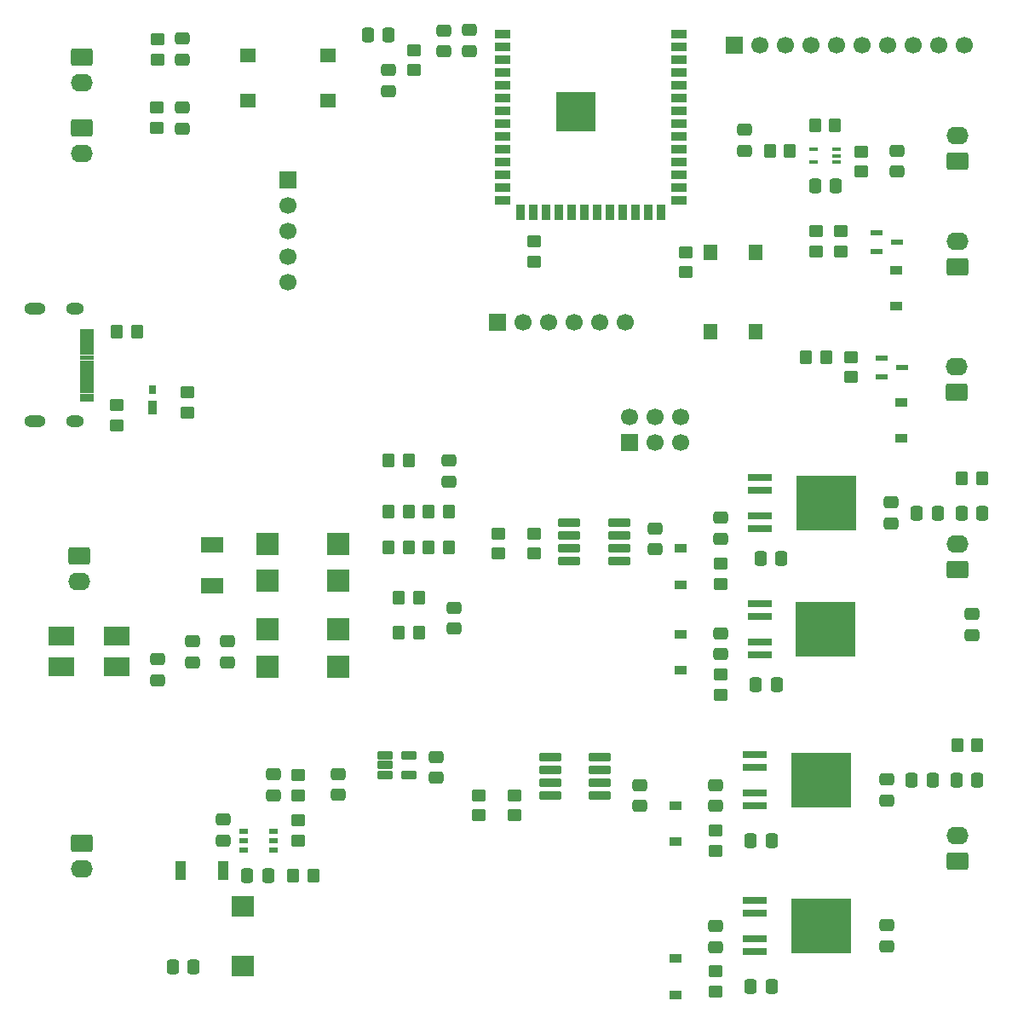
<source format=gbr>
G04 #@! TF.GenerationSoftware,KiCad,Pcbnew,9.0.2*
G04 #@! TF.CreationDate,2025-08-11T21:07:56-07:00*
G04 #@! TF.ProjectId,MusicalTeslaCoil,4d757369-6361-46c5-9465-736c61436f69,REV1*
G04 #@! TF.SameCoordinates,Original*
G04 #@! TF.FileFunction,Soldermask,Top*
G04 #@! TF.FilePolarity,Negative*
%FSLAX46Y46*%
G04 Gerber Fmt 4.6, Leading zero omitted, Abs format (unit mm)*
G04 Created by KiCad (PCBNEW 9.0.2) date 2025-08-11 21:07:56*
%MOMM*%
%LPD*%
G01*
G04 APERTURE LIST*
G04 Aperture macros list*
%AMRoundRect*
0 Rectangle with rounded corners*
0 $1 Rounding radius*
0 $2 $3 $4 $5 $6 $7 $8 $9 X,Y pos of 4 corners*
0 Add a 4 corners polygon primitive as box body*
4,1,4,$2,$3,$4,$5,$6,$7,$8,$9,$2,$3,0*
0 Add four circle primitives for the rounded corners*
1,1,$1+$1,$2,$3*
1,1,$1+$1,$4,$5*
1,1,$1+$1,$6,$7*
1,1,$1+$1,$8,$9*
0 Add four rect primitives between the rounded corners*
20,1,$1+$1,$2,$3,$4,$5,0*
20,1,$1+$1,$4,$5,$6,$7,0*
20,1,$1+$1,$6,$7,$8,$9,0*
20,1,$1+$1,$8,$9,$2,$3,0*%
G04 Aperture macros list end*
%ADD10C,0.010000*%
%ADD11R,1.244600X0.965200*%
%ADD12R,0.901700X0.558800*%
%ADD13R,2.200000X2.000000*%
%ADD14R,1.066800X1.854200*%
%ADD15R,0.889000X1.397000*%
%ADD16R,0.762000X0.863600*%
%ADD17R,2.184400X2.184400*%
%ADD18RoundRect,0.250000X-0.475000X0.337500X-0.475000X-0.337500X0.475000X-0.337500X0.475000X0.337500X0*%
%ADD19RoundRect,0.250000X0.475000X-0.337500X0.475000X0.337500X-0.475000X0.337500X-0.475000X-0.337500X0*%
%ADD20RoundRect,0.250000X-0.337500X-0.475000X0.337500X-0.475000X0.337500X0.475000X-0.337500X0.475000X0*%
%ADD21C,1.700000*%
%ADD22R,1.700000X1.700000*%
%ADD23RoundRect,0.250000X-0.450000X0.350000X-0.450000X-0.350000X0.450000X-0.350000X0.450000X0.350000X0*%
%ADD24O,2.190000X1.740000*%
%ADD25RoundRect,0.250000X0.845000X-0.620000X0.845000X0.620000X-0.845000X0.620000X-0.845000X-0.620000X0*%
%ADD26RoundRect,0.250000X0.337500X0.475000X-0.337500X0.475000X-0.337500X-0.475000X0.337500X-0.475000X0*%
%ADD27RoundRect,0.250000X-0.350000X-0.450000X0.350000X-0.450000X0.350000X0.450000X-0.350000X0.450000X0*%
%ADD28R,0.850900X0.304800*%
%ADD29RoundRect,0.250000X0.450000X-0.350000X0.450000X0.350000X-0.450000X0.350000X-0.450000X-0.350000X0*%
%ADD30R,1.168400X0.533400*%
%ADD31RoundRect,0.250000X-0.845000X0.620000X-0.845000X-0.620000X0.845000X-0.620000X0.845000X0.620000X0*%
%ADD32R,1.400048X1.549908*%
%ADD33C,0.600000*%
%ADD34R,3.900000X3.900000*%
%ADD35R,1.500000X0.900000*%
%ADD36R,0.900000X1.500000*%
%ADD37R,1.549908X1.400048*%
%ADD38O,1.804000X1.204000*%
%ADD39O,2.104000X1.204000*%
%ADD40RoundRect,0.060300X-0.716700X-0.341700X0.716700X-0.341700X0.716700X0.341700X-0.716700X0.341700X0*%
%ADD41RoundRect,0.100500X-0.986500X-0.301500X0.986500X-0.301500X0.986500X0.301500X-0.986500X0.301500X0*%
%ADD42RoundRect,0.250000X0.350000X0.450000X-0.350000X0.450000X-0.350000X-0.450000X0.350000X-0.450000X0*%
%ADD43R,2.616200X1.955800*%
%ADD44R,2.209800X1.524000*%
%ADD45R,2.489200X0.762000*%
%ADD46R,5.918200X5.511800*%
G04 APERTURE END LIST*
D10*
X56625000Y-90800000D02*
X55375000Y-90800000D01*
X55375000Y-90100000D01*
X56625000Y-90100000D01*
X56625000Y-90800000D01*
G36*
X56625000Y-90800000D02*
G01*
X55375000Y-90800000D01*
X55375000Y-90100000D01*
X56625000Y-90100000D01*
X56625000Y-90800000D01*
G37*
X56625000Y-90000000D02*
X55375000Y-90000000D01*
X55375000Y-89300000D01*
X56625000Y-89300000D01*
X56625000Y-90000000D01*
G36*
X56625000Y-90000000D02*
G01*
X55375000Y-90000000D01*
X55375000Y-89300000D01*
X56625000Y-89300000D01*
X56625000Y-90000000D01*
G37*
X56625000Y-89200000D02*
X55375000Y-89200000D01*
X55375000Y-88800000D01*
X56625000Y-88800000D01*
X56625000Y-89200000D01*
G36*
X56625000Y-89200000D02*
G01*
X55375000Y-89200000D01*
X55375000Y-88800000D01*
X56625000Y-88800000D01*
X56625000Y-89200000D01*
G37*
X56625000Y-88700000D02*
X55375000Y-88700000D01*
X55375000Y-88300000D01*
X56625000Y-88300000D01*
X56625000Y-88700000D01*
G36*
X56625000Y-88700000D02*
G01*
X55375000Y-88700000D01*
X55375000Y-88300000D01*
X56625000Y-88300000D01*
X56625000Y-88700000D01*
G37*
X56625000Y-88200000D02*
X55375000Y-88200000D01*
X55375000Y-87800000D01*
X56625000Y-87800000D01*
X56625000Y-88200000D01*
G36*
X56625000Y-88200000D02*
G01*
X55375000Y-88200000D01*
X55375000Y-87800000D01*
X56625000Y-87800000D01*
X56625000Y-88200000D01*
G37*
X56625000Y-87700000D02*
X55375000Y-87700000D01*
X55375000Y-87300000D01*
X56625000Y-87300000D01*
X56625000Y-87700000D01*
G36*
X56625000Y-87700000D02*
G01*
X55375000Y-87700000D01*
X55375000Y-87300000D01*
X56625000Y-87300000D01*
X56625000Y-87700000D01*
G37*
X56625000Y-87200000D02*
X55375000Y-87200000D01*
X55375000Y-86800000D01*
X56625000Y-86800000D01*
X56625000Y-87200000D01*
G36*
X56625000Y-87200000D02*
G01*
X55375000Y-87200000D01*
X55375000Y-86800000D01*
X56625000Y-86800000D01*
X56625000Y-87200000D01*
G37*
X56625000Y-86700000D02*
X55375000Y-86700000D01*
X55375000Y-86300000D01*
X56625000Y-86300000D01*
X56625000Y-86700000D01*
G36*
X56625000Y-86700000D02*
G01*
X55375000Y-86700000D01*
X55375000Y-86300000D01*
X56625000Y-86300000D01*
X56625000Y-86700000D01*
G37*
X56625000Y-86200000D02*
X55375000Y-86200000D01*
X55375000Y-85800000D01*
X56625000Y-85800000D01*
X56625000Y-86200000D01*
G36*
X56625000Y-86200000D02*
G01*
X55375000Y-86200000D01*
X55375000Y-85800000D01*
X56625000Y-85800000D01*
X56625000Y-86200000D01*
G37*
X56625000Y-85700000D02*
X55375000Y-85700000D01*
X55375000Y-85300000D01*
X56625000Y-85300000D01*
X56625000Y-85700000D01*
G36*
X56625000Y-85700000D02*
G01*
X55375000Y-85700000D01*
X55375000Y-85300000D01*
X56625000Y-85300000D01*
X56625000Y-85700000D01*
G37*
X56625000Y-85200000D02*
X55375000Y-85200000D01*
X55375000Y-84500000D01*
X56625000Y-84500000D01*
X56625000Y-85200000D01*
G36*
X56625000Y-85200000D02*
G01*
X55375000Y-85200000D01*
X55375000Y-84500000D01*
X56625000Y-84500000D01*
X56625000Y-85200000D01*
G37*
X56625000Y-84400000D02*
X55375000Y-84400000D01*
X55375000Y-83700000D01*
X56625000Y-83700000D01*
X56625000Y-84400000D01*
G36*
X56625000Y-84400000D02*
G01*
X55375000Y-84400000D01*
X55375000Y-83700000D01*
X56625000Y-83700000D01*
X56625000Y-84400000D01*
G37*
D11*
X114500000Y-146196600D03*
X114500000Y-149803400D03*
D12*
X71629200Y-133549999D03*
X71629200Y-134500000D03*
X71629200Y-135450001D03*
X74537500Y-135450001D03*
X74537500Y-134500000D03*
X74537500Y-133549999D03*
D13*
X71537500Y-146950000D03*
X71537500Y-141050000D03*
D14*
X65295700Y-137500000D03*
X69537500Y-137500000D03*
D15*
X62500000Y-91515300D03*
D16*
X62500000Y-89750000D03*
D11*
X114500000Y-134606800D03*
X114500000Y-131000000D03*
X115000000Y-114000000D03*
X115000000Y-117606800D03*
X115000000Y-105500000D03*
X115000000Y-109106800D03*
D17*
X81000000Y-105000000D03*
X81000000Y-108708400D03*
X81000000Y-113500000D03*
X81000000Y-117208400D03*
X74000000Y-105000000D03*
X74000000Y-108708400D03*
X74000000Y-113500000D03*
X74000000Y-117208400D03*
D11*
X136968000Y-94556801D03*
X136968000Y-90950001D03*
X136460000Y-81460000D03*
X136460000Y-77853200D03*
D18*
X91524783Y-54042137D03*
X91524783Y-56117137D03*
D19*
X94000000Y-56075000D03*
X94000000Y-54000000D03*
D20*
X74037500Y-138000000D03*
X71962500Y-138000000D03*
D21*
X115000000Y-92460000D03*
X115000000Y-95000000D03*
X112460000Y-92460000D03*
X112460000Y-95000000D03*
X109920000Y-92460000D03*
D22*
X109920000Y-95000000D03*
D18*
X135943100Y-103000000D03*
X135943100Y-100925000D03*
D23*
X133000000Y-68075000D03*
X133000000Y-66075000D03*
D24*
X142500000Y-64500000D03*
D25*
X142500000Y-67040000D03*
D26*
X128376050Y-69500000D03*
X130451050Y-69500000D03*
D27*
X125876050Y-66000000D03*
X123876050Y-66000000D03*
D28*
X128252100Y-67149999D03*
X128252100Y-65850001D03*
X130500000Y-65850001D03*
X130500000Y-66500000D03*
X130500000Y-67149999D03*
D18*
X121376050Y-66000000D03*
X121376050Y-63925000D03*
D27*
X130376050Y-63500000D03*
X128376050Y-63500000D03*
D18*
X136500000Y-68075000D03*
X136500000Y-66000000D03*
D29*
X115500000Y-78050004D03*
X115500000Y-76050004D03*
X128500000Y-74000000D03*
X128500000Y-76000000D03*
D24*
X142500000Y-75000000D03*
D25*
X142500000Y-77540000D03*
D23*
X130960000Y-76000000D03*
X130960000Y-74000000D03*
D30*
X136492000Y-75049999D03*
X134460000Y-76000000D03*
X134460000Y-74099998D03*
D24*
X55540000Y-59265000D03*
D31*
X55540000Y-56725000D03*
D29*
X100500000Y-75000000D03*
X100500000Y-77000000D03*
D32*
X117999998Y-84000000D03*
X122500000Y-84000000D03*
X117999998Y-76050004D03*
X122500000Y-76050004D03*
D33*
X106000000Y-62800000D03*
X106000000Y-61400000D03*
X105300000Y-63500000D03*
X105300000Y-62100000D03*
X105300000Y-60700000D03*
X104600000Y-62800000D03*
D34*
X104600000Y-62100000D03*
D33*
X104600000Y-61400000D03*
X103900000Y-63500000D03*
X103900000Y-62100000D03*
X103900000Y-60700000D03*
X103200000Y-62800000D03*
X103200000Y-61400000D03*
D35*
X114850000Y-54380000D03*
X114850000Y-55650000D03*
X114850000Y-56920000D03*
X114850000Y-58190000D03*
X114850000Y-59460000D03*
X114850000Y-60730000D03*
X114850000Y-62000000D03*
X114850000Y-63270000D03*
X114850000Y-64540000D03*
X114850000Y-65810000D03*
X114850000Y-67080000D03*
X114850000Y-68350000D03*
X114850000Y-69620000D03*
X114850000Y-70890000D03*
D36*
X113085000Y-72140000D03*
X111815000Y-72140000D03*
X110545000Y-72140000D03*
X109275000Y-72140000D03*
X108005000Y-72140000D03*
X106735000Y-72140000D03*
X105465000Y-72140000D03*
X104195000Y-72140000D03*
X102925000Y-72140000D03*
X101655000Y-72140000D03*
X100385000Y-72140000D03*
X99115000Y-72140000D03*
D35*
X97350000Y-70890000D03*
X97350000Y-69620000D03*
X97350000Y-68350000D03*
X97350000Y-67080000D03*
X97350000Y-65810000D03*
X97350000Y-64540000D03*
X97350000Y-63270000D03*
X97350000Y-62000000D03*
X97350000Y-60730000D03*
X97350000Y-59460000D03*
X97350000Y-58190000D03*
X97350000Y-56920000D03*
X97350000Y-55650000D03*
X97350000Y-54380000D03*
D37*
X72025002Y-56500000D03*
X72025002Y-61000002D03*
X79974998Y-56500000D03*
X79974998Y-61000002D03*
D23*
X88500000Y-58000000D03*
X88500000Y-56000000D03*
D26*
X83925000Y-54500000D03*
X86000000Y-54500000D03*
D19*
X86000000Y-58000000D03*
X86000000Y-60075000D03*
D38*
X54825000Y-92850000D03*
X54825000Y-81650000D03*
D39*
X50825000Y-92850000D03*
X50825000Y-81650000D03*
D18*
X90700000Y-126175000D03*
X90700000Y-128250000D03*
D29*
X77037500Y-130000000D03*
X77037500Y-128000000D03*
D18*
X81000000Y-129950000D03*
X81000000Y-127875000D03*
D19*
X74537500Y-130000000D03*
X74537500Y-127925000D03*
D27*
X76537500Y-138000000D03*
X78537500Y-138000000D03*
D40*
X85630000Y-126050000D03*
X85630000Y-127000000D03*
X85630000Y-127950000D03*
X88000000Y-127950000D03*
X88000000Y-126050000D03*
D26*
X66612500Y-147000000D03*
X64537500Y-147000000D03*
D29*
X77037500Y-134500000D03*
X77037500Y-132500000D03*
D19*
X69537500Y-134500000D03*
X69537500Y-132425000D03*
D31*
X55480000Y-134725000D03*
D24*
X55480000Y-137265000D03*
D41*
X103973100Y-102960000D03*
X103973100Y-104230000D03*
X103973100Y-105500000D03*
X103973100Y-106770000D03*
X108913100Y-106770000D03*
X108913100Y-105500000D03*
X108913100Y-104230000D03*
X108913100Y-102960000D03*
D19*
X92500000Y-111354200D03*
X92500000Y-113429200D03*
X66500000Y-114708400D03*
X66500000Y-116783400D03*
X70000000Y-114708400D03*
X70000000Y-116783400D03*
D42*
X92000000Y-105354200D03*
X90000000Y-105354200D03*
X88000000Y-105354200D03*
X86000000Y-105354200D03*
X92000000Y-101854200D03*
X90000000Y-101854200D03*
D22*
X96840000Y-83000000D03*
D21*
X99380000Y-83000000D03*
X101920000Y-83000000D03*
X104460000Y-83000000D03*
X107000000Y-83000000D03*
X109540000Y-83000000D03*
D22*
X76000000Y-68920000D03*
D21*
X76000000Y-71460000D03*
X76000000Y-74000000D03*
X76000000Y-76540000D03*
X76000000Y-79080000D03*
D22*
X120380000Y-55500000D03*
D21*
X122920000Y-55500000D03*
X125460000Y-55500000D03*
X128000000Y-55500000D03*
X130540000Y-55500000D03*
X133080000Y-55500000D03*
X135620000Y-55500000D03*
X138160000Y-55500000D03*
X140700000Y-55500000D03*
X143240000Y-55500000D03*
D29*
X118500000Y-135500000D03*
X118500000Y-133500000D03*
D42*
X88000000Y-101854200D03*
X86000000Y-101854200D03*
D18*
X135500000Y-142925000D03*
X135500000Y-145000000D03*
D29*
X119000000Y-120000000D03*
X119000000Y-118000000D03*
D26*
X124075000Y-149000000D03*
X122000000Y-149000000D03*
D19*
X63000000Y-118575000D03*
X63000000Y-116500000D03*
D42*
X88000000Y-96779200D03*
X86000000Y-96779200D03*
D23*
X95000000Y-130000000D03*
X95000000Y-132000000D03*
D43*
X53513600Y-114208400D03*
X53513600Y-117208400D03*
X59000000Y-117208400D03*
X59000000Y-114208400D03*
D18*
X65480000Y-61725000D03*
X65480000Y-63800000D03*
D19*
X119000000Y-104500000D03*
X119000000Y-102425000D03*
D29*
X119000000Y-109000000D03*
X119000000Y-107000000D03*
X66000000Y-92000000D03*
X66000000Y-90000000D03*
D23*
X98500000Y-130000000D03*
X98500000Y-132000000D03*
D18*
X135500000Y-128425000D03*
X135500000Y-130500000D03*
D25*
X142488000Y-90000001D03*
D24*
X142488000Y-87460001D03*
D19*
X119000000Y-116000000D03*
X119000000Y-113925000D03*
D44*
X68500000Y-105138400D03*
X68500000Y-109208400D03*
D25*
X142500000Y-136540000D03*
D24*
X142500000Y-134000000D03*
D29*
X62980000Y-63725000D03*
X62980000Y-61725000D03*
D27*
X143000000Y-98500000D03*
X145000000Y-98500000D03*
D42*
X89000000Y-113854200D03*
X87000000Y-113854200D03*
D25*
X142500000Y-107540000D03*
D24*
X142500000Y-105000000D03*
D29*
X118500000Y-149500000D03*
X118500000Y-147500000D03*
D20*
X142925000Y-102000000D03*
X145000000Y-102000000D03*
D27*
X59000000Y-84000000D03*
X61000000Y-84000000D03*
D45*
X122914699Y-98460000D03*
X122914699Y-99730000D03*
X122914699Y-102270000D03*
X122914699Y-103540000D03*
D46*
X129500000Y-101000000D03*
D18*
X143943100Y-112000000D03*
X143943100Y-114075000D03*
D31*
X55236800Y-106208400D03*
D24*
X55236800Y-108748400D03*
D19*
X118500000Y-131075000D03*
X118500000Y-129000000D03*
D18*
X65500000Y-54845000D03*
X65500000Y-56920000D03*
D23*
X100443100Y-104000000D03*
X100443100Y-106000000D03*
D26*
X124075000Y-134500000D03*
X122000000Y-134500000D03*
D19*
X92000000Y-98854200D03*
X92000000Y-96779200D03*
D26*
X140575000Y-102000000D03*
X138500000Y-102000000D03*
D45*
X122857799Y-110960000D03*
X122857799Y-112230000D03*
X122857799Y-114770000D03*
X122857799Y-116040000D03*
D46*
X129443100Y-113500000D03*
D19*
X111000000Y-131075000D03*
X111000000Y-129000000D03*
D42*
X129488000Y-86460001D03*
X127488000Y-86460001D03*
D19*
X118500000Y-145075000D03*
X118500000Y-143000000D03*
X112500000Y-105575000D03*
X112500000Y-103500000D03*
D29*
X63000000Y-56920000D03*
X63000000Y-54920000D03*
D30*
X134968000Y-86549999D03*
X134968000Y-88450001D03*
X137000000Y-87500000D03*
D31*
X55520000Y-63725000D03*
D24*
X55520000Y-66265000D03*
D26*
X125018100Y-106500000D03*
X122943100Y-106500000D03*
D23*
X131988000Y-86460001D03*
X131988000Y-88460001D03*
D41*
X102060000Y-126230000D03*
X102060000Y-127500000D03*
X102060000Y-128770000D03*
X102060000Y-130040000D03*
X107000000Y-130040000D03*
X107000000Y-128770000D03*
X107000000Y-127500000D03*
X107000000Y-126230000D03*
D45*
X122414699Y-140460000D03*
X122414699Y-141730000D03*
X122414699Y-144270000D03*
X122414699Y-145540000D03*
D46*
X129000000Y-143000000D03*
D26*
X124575000Y-118990000D03*
X122500000Y-118990000D03*
X140075000Y-128500000D03*
X138000000Y-128500000D03*
D20*
X142425000Y-128500000D03*
X144500000Y-128500000D03*
D23*
X59000000Y-91250000D03*
X59000000Y-93250000D03*
D42*
X89000000Y-110354200D03*
X87000000Y-110354200D03*
D27*
X142500000Y-125000000D03*
X144500000Y-125000000D03*
D23*
X96943100Y-104000000D03*
X96943100Y-106000000D03*
D45*
X122414699Y-125960000D03*
X122414699Y-127230000D03*
X122414699Y-129770000D03*
X122414699Y-131040000D03*
D46*
X129000000Y-128500000D03*
M02*

</source>
